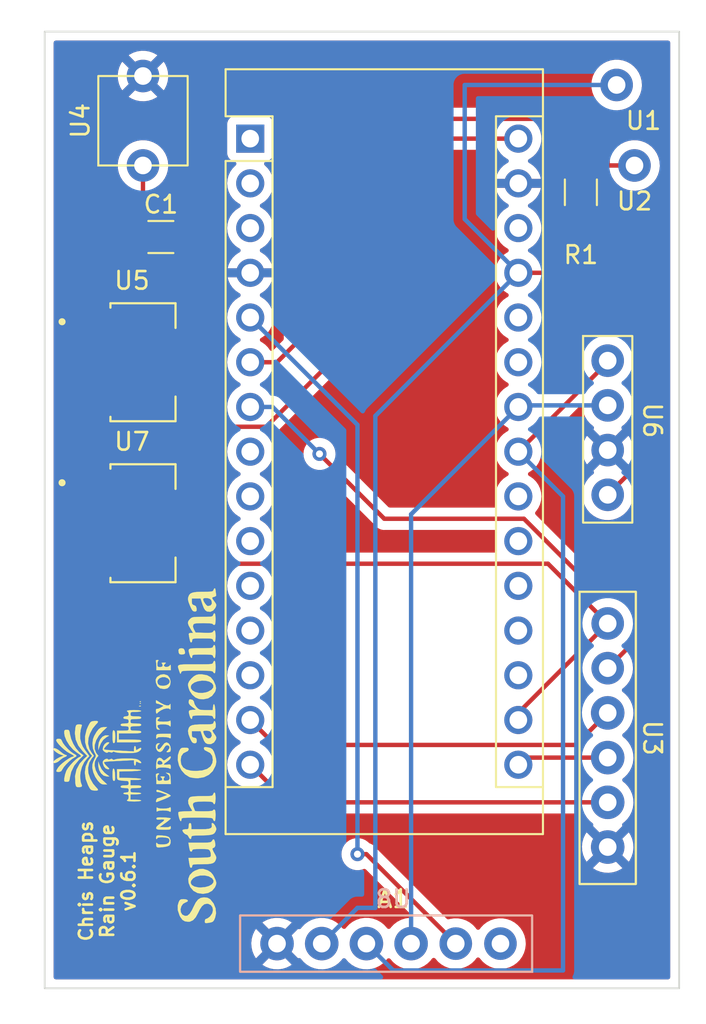
<source format=kicad_pcb>
(kicad_pcb (version 20211014) (generator pcbnew)
  (layers (0 "F.Cu" signal) (31 "B.Cu" signal) (34 "B.Paste" user) (35 "F.Paste" user) (36 "B.SilkS" user "B.Silkscreen") (37 "F.SilkS" user "F.Silkscreen") (38 "B.Mask" user) (39 "F.Mask" user) (44 "Edge.Cuts" user))
  (net 0 "")
  (net 4 "GND")
  (net 5 "Net-(A1-Pad5)")
  (net 6 "Net-(A1-Pad6)")
  (net 7 "Net-(A1-Pad7)")
  (net 14 "Net-(A1-Pad14)")
  (net 15 "Net-(A1-Pad15)")
  (net 16 "Net-(A1-Pad16)")
  (net 17 "+3V3")
  (net 23 "Net-(A1-Pad23)")
  (net 24 "Net-(A1-Pad24)")
  (net 27 "+5V")
  (net 29 "Net-(A1-Pad30)")
  (net 30 "Net-(C1-Pad1)")
  (footprint "Rain Gauge:BME280" (layer "F.Cu") (at 154.94 76.618 -90)
    (fp_text reference "U6" (at 3.392 -2.54 -90 unlocked) (layer "F.SilkS"))
    (fp_text value "BME280")
    (pad "1" thru_hole circle (at 0 0 270) (size 1.85 1.85) (drill 1) (layers *.Cu *.Mask) (net 23 "Net-(A1-Pad23)"))
    (pad "2" thru_hole circle (at 2.54 0 270) (size 1.85 1.85) (drill 1) (layers *.Cu *.Mask) (net 24 "Net-(A1-Pad24)"))
    (pad "3" thru_hole circle (at 5.08 0) (size 1.85 1.85) (drill 1) (layers *.Cu *.Mask) (net 4 "GND"))
    (pad "4" thru_hole circle (at 7.62 0 270) (size 1.85 1.85) (drill 1) (layers *.Cu *.Mask) (net 27 "+5V"))
  )
  (footprint "Rain Gauge:3.3v SD Adapter" (layer "F.Cu") (at 154.94 91.544 -90)
    (fp_text reference "U3" (at 6.5 -2.54 -90 unlocked) (layer "F.SilkS"))
    (fp_text value "SD_Adapter")
    (pad "1" thru_hole circle (at 0 0 270) (size 1.85 1.85) (drill 1) (layers *.Cu *.Mask) (net 17 "+3V3"))
    (pad "2" thru_hole circle (at 2.54 0 270) (size 1.85 1.85) (drill 1) (layers *.Cu *.Mask) (net 7 "Net-(A1-Pad7)"))
    (pad "3" thru_hole circle (at 5.08 0 270) (size 1.905 1.905) (drill 1) (layers *.Cu *.Mask) (net 14 "Net-(A1-Pad14)"))
    (pad "4" thru_hole circle (at 7.62 0 270) (size 1.905 1.905) (drill 1) (layers *.Cu *.Mask) (net 16 "Net-(A1-Pad16)"))
    (pad "5" thru_hole circle (at 10.16 0 270) (size 1.905 1.905) (drill 1) (layers *.Cu *.Mask) (net 15 "Net-(A1-Pad15)"))
    (pad "6" thru_hole circle (at 12.7 0 270) (size 1.905 1.905) (drill 1) (layers *.Cu *.Mask) (net 4 "GND"))
  )
  (footprint "Resistor_SMD:R_1206_3216Metric" (layer "F.Cu") (at 153.416 67.056 -90)
    (fp_text reference "R1" (at 3.556 0 180) (layer "F.SilkS"))
    (fp_text value "R")
    (pad "1" smd roundrect (at -1.4625 0 270) (size 1.125 1.75) (layers "F.Cu" "F.Paste" "F.Mask") (roundrect_rratio 0.222222) (net 6 "Net-(A1-Pad6)"))
    (pad "2" smd roundrect (at 1.4625 0 270) (size 1.125 1.75) (layers "F.Cu" "F.Paste" "F.Mask") (roundrect_rratio 0.222222) (net 4 "GND"))
  )
  (footprint "Rain Gauge:Electrode" (layer "F.Cu") (at 155.448 60.96)
    (fp_text reference "U1" (at 1.524 2.032 unlocked) (layer "F.SilkS"))
    (fp_text value "Electrode")
    (pad "1" thru_hole circle (at 0 0) (size 1.85 1.85) (drill 1) (layers *.Cu *.Mask) (net 27 "+5V"))
  )
  (footprint "MCP1825S-3302E_DB:SOT230P700X180-4N" (layer "F.Cu") (at 128.524 76.708)
    (fp_text reference "U5" (at -0.625 -4.635) (layer "F.SilkS"))
    (fp_text value "MCP1825S")
    (pad "1" smd roundrect locked (at -3.025 -2.3) (size 1.97 0.89) (layers "F.Cu" "F.Paste" "F.Mask") (roundrect_rratio 0.11) (net 30 "Net-(C1-Pad1)"))
    (pad "2" smd roundrect locked (at -3.025 0) (size 1.97 0.89) (layers "F.Cu" "F.Paste" "F.Mask") (roundrect_rratio 0.11) (net 4 "GND"))
    (pad "3" smd roundrect locked (at -3.025 2.3) (size 1.97 0.89) (layers "F.Cu" "F.Paste" "F.Mask") (roundrect_rratio 0.11) (net 29 "Net-(A1-Pad30)"))
    (pad "4" smd roundrect locked (at 3.025 0) (size 1.97 3.19) (layers "F.Cu" "F.Paste" "F.Mask") (roundrect_rratio 0.4))
  )
  (footprint "Rain Gauge:Lipo" (layer "F.Cu") (at 128.524 62.992 90)
    (fp_text reference "U4" (at 0 -3.556 90 unlocked) (layer "F.SilkS"))
    (fp_text value "Lipo")
    (pad "1" thru_hole circle (at -2.54 0 90) (size 1.85 1.85) (drill 1) (layers *.Cu *.Mask) (net 30 "Net-(C1-Pad1)"))
    (pad "2" thru_hole circle (at 2.54 0 90) (size 1.85 1.85) (drill 1) (layers *.Cu *.Mask) (net 4 "GND"))
  )
  (footprint "ARTS-Lab:uofsc_logo_0_75in" (layer "F.Cu") (at 128.016 99.06 90)
    (fp_text reference "G***" hide)
    (fp_text value "LOGO" hide)
  )
  (footprint "MCP1825S-3302E_DB:SOT230P700X180-4N" (layer "F.Cu") (at 128.524 85.852)
    (fp_text reference "U7" (at -0.625 -4.635) (layer "F.SilkS"))
    (fp_text value "MCP1825S")
    (pad "1" smd roundrect locked (at -3.025 -2.3) (size 1.97 0.89) (layers "F.Cu" "F.Paste" "F.Mask") (roundrect_rratio 0.11) (net 29 "Net-(A1-Pad30)"))
    (pad "2" smd roundrect locked (at -3.025 0) (size 1.97 0.89) (layers "F.Cu" "F.Paste" "F.Mask") (roundrect_rratio 0.11) (net 4 "GND"))
    (pad "3" smd roundrect locked (at -3.025 2.3) (size 1.97 0.89) (layers "F.Cu" "F.Paste" "F.Mask") (roundrect_rratio 0.11) (net 17 "+3V3"))
    (pad "4" smd roundrect locked (at 3.025 0) (size 1.97 3.19) (layers "F.Cu" "F.Paste" "F.Mask") (roundrect_rratio 0.4))
  )
  (footprint "Capacitor_SMD:C_1206_3216Metric" (layer "F.Cu") (at 129.54 69.596)
    (fp_text reference "C1" (at 0 -1.85) (layer "F.SilkS"))
    (fp_text value "C_Polarized")
    (pad "1" smd roundrect (at -1.475 0) (size 1.15 1.8) (layers "F.Cu" "F.Paste" "F.Mask") (roundrect_rratio 0.217391) (net 30 "Net-(C1-Pad1)"))
    (pad "2" smd roundrect (at 1.475 0) (size 1.15 1.8) (layers "F.Cu" "F.Paste" "F.Mask") (roundrect_rratio 0.217391) (net 4 "GND"))
  )
  (footprint "Module:Arduino_Nano" (layer "F.Cu") (at 134.62 64.008)
    (fp_text reference "A1" (at 8.128 43.18) (layer "F.SilkS"))
    (fp_text value "Arduino_Nano_Every")
    (pad "1" thru_hole rect (at 0 0) (size 1.6 1.6) (drill 1) (layers *.Cu *.Mask))
    (pad "2" thru_hole oval (at 0 2.54) (size 1.6 1.6) (drill 1) (layers *.Cu *.Mask))
    (pad "3" thru_hole oval (at 0 5.08) (size 1.6 1.6) (drill 1) (layers *.Cu *.Mask))
    (pad "4" thru_hole oval (at 0 7.62) (size 1.6 1.6) (drill 1) (layers *.Cu *.Mask) (net 4 "GND"))
    (pad "5" thru_hole oval (at 0 10.16) (size 1.6 1.6) (drill 1) (layers *.Cu *.Mask) (net 5 "Net-(A1-Pad5)"))
    (pad "6" thru_hole oval (at 0 12.7) (size 1.6 1.6) (drill 1) (layers *.Cu *.Mask) (net 6 "Net-(A1-Pad6)"))
    (pad "7" thru_hole oval (at 0 15.24) (size 1.6 1.6) (drill 1) (layers *.Cu *.Mask) (net 7 "Net-(A1-Pad7)"))
    (pad "8" thru_hole oval (at 0 17.78) (size 1.6 1.6) (drill 1) (layers *.Cu *.Mask))
    (pad "9" thru_hole oval (at 0 20.32) (size 1.6 1.6) (drill 1) (layers *.Cu *.Mask))
    (pad "10" thru_hole oval (at 0 22.86) (size 1.6 1.6) (drill 1) (layers *.Cu *.Mask))
    (pad "11" thru_hole oval (at 0 25.4) (size 1.6 1.6) (drill 1) (layers *.Cu *.Mask))
    (pad "12" thru_hole oval (at 0 27.94) (size 1.6 1.6) (drill 1) (layers *.Cu *.Mask))
    (pad "13" thru_hole oval (at 0 30.48) (size 1.6 1.6) (drill 1) (layers *.Cu *.Mask))
    (pad "14" thru_hole oval (at 0 33.02) (size 1.6 1.6) (drill 1) (layers *.Cu *.Mask) (net 14 "Net-(A1-Pad14)"))
    (pad "15" thru_hole oval (at 0 35.56) (size 1.6 1.6) (drill 1) (layers *.Cu *.Mask) (net 15 "Net-(A1-Pad15)"))
    (pad "16" thru_hole oval (at 15.24 35.56) (size 1.6 1.6) (drill 1) (layers *.Cu *.Mask) (net 16 "Net-(A1-Pad16)"))
    (pad "17" thru_hole oval (at 15.24 33.02) (size 1.6 1.6) (drill 1) (layers *.Cu *.Mask) (net 17 "+3V3"))
    (pad "18" thru_hole oval (at 15.24 30.48) (size 1.6 1.6) (drill 1) (layers *.Cu *.Mask))
    (pad "19" thru_hole oval (at 15.24 27.94) (size 1.6 1.6) (drill 1) (layers *.Cu *.Mask))
    (pad "20" thru_hole oval (at 15.24 25.4) (size 1.6 1.6) (drill 1) (layers *.Cu *.Mask))
    (pad "21" thru_hole oval (at 15.24 22.86) (size 1.6 1.6) (drill 1) (layers *.Cu *.Mask))
    (pad "22" thru_hole oval (at 15.24 20.32) (size 1.6 1.6) (drill 1) (layers *.Cu *.Mask))
    (pad "23" thru_hole oval (at 15.24 17.78) (size 1.6 1.6) (drill 1) (layers *.Cu *.Mask) (net 23 "Net-(A1-Pad23)"))
    (pad "24" thru_hole oval (at 15.24 15.24) (size 1.6 1.6) (drill 1) (layers *.Cu *.Mask) (net 24 "Net-(A1-Pad24)"))
    (pad "25" thru_hole oval (at 15.24 12.7) (size 1.6 1.6) (drill 1) (layers *.Cu *.Mask))
    (pad "26" thru_hole oval (at 15.24 10.16) (size 1.6 1.6) (drill 1) (layers *.Cu *.Mask))
    (pad "27" thru_hole oval (at 15.24 7.62) (size 1.6 1.6) (drill 1) (layers *.Cu *.Mask) (net 27 "+5V"))
    (pad "28" thru_hole oval (at 15.24 5.08) (size 1.6 1.6) (drill 1) (layers *.Cu *.Mask))
    (pad "29" thru_hole oval (at 15.24 2.54) (size 1.6 1.6) (drill 1) (layers *.Cu *.Mask) (net 4 "GND"))
    (pad "30" thru_hole oval (at 15.24 0) (size 1.6 1.6) (drill 1) (layers *.Cu *.Mask) (net 29 "Net-(A1-Pad30)"))
  )
  (footprint "Rain Gauge:Electrode" (layer "F.Cu") (at 156.464 65.532)
    (fp_text reference "U2" (at 0 2.032 unlocked) (layer "F.SilkS"))
    (fp_text value "Electrode")
    (pad "1" thru_hole circle (at 0 0) (size 1.85 1.85) (drill 1) (layers *.Cu *.Mask) (net 6 "Net-(A1-Pad6)"))
  )
  (footprint "Rain Gauge:3.3v SD Adapter" (layer "B.Cu") (at 148.844 109.728 180)
    (fp_text reference "U8" (at 6.096 2.54 unlocked) (layer "B.SilkS") (effects (justify mirror)))
    (fp_text value "DS3231_Module")
    (pad "1" thru_hole circle (at 0 0 180) (size 1.85 1.85) (drill 1) (layers *.Cu *.Mask))
    (pad "2" thru_hole circle (at 2.54 0 180) (size 1.85 1.85) (drill 1) (layers *.Cu *.Mask) (net 5 "Net-(A1-Pad5)"))
    (pad "3" thru_hole circle (at 5.08 0 180) (size 1.905 1.905) (drill 1) (layers *.Cu *.Mask) (net 24 "Net-(A1-Pad24)"))
    (pad "4" thru_hole circle (at 7.62 0 180) (size 1.905 1.905) (drill 1) (layers *.Cu *.Mask) (net 23 "Net-(A1-Pad23)"))
    (pad "5" thru_hole circle (at 10.16 0 180) (size 1.905 1.905) (drill 1) (layers *.Cu *.Mask) (net 27 "+5V"))
    (pad "6" thru_hole circle (at 12.7 0 180) (size 1.905 1.905) (drill 1) (layers *.Cu *.Mask) (net 4 "GND"))
  )
  (gr_rect (start 122.936 57.928) (end 159.004 112.268) (layer "Edge.Cuts") (width 0.1) (fill none))
  (gr_text "Chris Heaps\nRain Gauge\nv0.6.1" (at 126.492 106.172 90) (layer "F.SilkS") (effects (font (size 0.75 0.75))))
  (segment (start 141.224 104.648) (end 146.304 109.728) (width 0.25) (layer "F.Cu") (net 5))
  (segment (start 140.716 104.648) (end 141.224 104.648) (width 0.25) (layer "F.Cu") (net 5))
  (via (at 140.716 104.648) (size 0.8) (drill 0.4) (layers "F.Cu" "B.Cu") (net 5))
  (segment (start 140.716 80.264) (end 140.716 104.648) (width 0.25) (layer "B.Cu") (net 5))
  (segment (start 134.62 74.168) (end 140.716 80.264) (width 0.25) (layer "B.Cu") (net 5))
  (segment (start 154.831489 62.883489) (end 141.840511 62.883489) (width 0.25) (layer "F.Cu") (net 6))
  (segment (start 141.840511 62.883489) (end 137.16 67.564) (width 0.25) (layer "F.Cu") (net 6))
  (segment (start 136.144 76.708) (end 134.62 76.708) (width 0.25) (layer "F.Cu") (net 6))
  (segment (start 137.16 75.692) (end 136.144 76.708) (width 0.25) (layer "F.Cu") (net 6))
  (segment (start 137.16 67.564) (end 137.16 75.692) (width 0.25) (layer "F.Cu") (net 6))
  (segment (start 154.94 62.992) (end 154.831489 62.883489) (width 0.25) (layer "F.Cu") (net 6))
  (segment (start 153.416 65.5935) (end 153.4775 65.532) (width 0.25) (layer "F.Cu") (net 6))
  (segment (start 154.94 65.532) (end 154.94 62.992) (width 0.25) (layer "F.Cu") (net 6))
  (segment (start 153.4775 65.532) (end 154.94 65.532) (width 0.25) (layer "F.Cu") (net 6))
  (segment (start 154.94 65.532) (end 156.464 65.532) (width 0.25) (layer "F.Cu") (net 6))
  (segment (start 153.4823 88.9) (end 150.1803 85.598) (width 0.25) (layer "F.Cu") (net 7))
  (segment (start 150.1803 85.598) (end 142.24 85.598) (width 0.25) (layer "F.Cu") (net 7))
  (segment (start 157.48 91.544) (end 157.48 88.9) (width 0.25) (layer "F.Cu") (net 7))
  (segment (start 138.557 81.915) (end 138.43 81.788) (width 0.25) (layer "F.Cu") (net 7))
  (segment (start 157.48 88.9) (end 153.4823 88.9) (width 0.25) (layer "F.Cu") (net 7))
  (segment (start 142.24 85.598) (end 138.557 81.915) (width 0.25) (layer "F.Cu") (net 7))
  (segment (start 154.94 94.084) (end 157.48 91.544) (width 0.25) (layer "F.Cu") (net 7))
  (via (at 138.557 81.915) (size 0.8) (drill 0.4) (layers "F.Cu" "B.Cu") (net 7))
  (segment (start 135.89 79.248) (end 134.62 79.248) (width 0.25) (layer "B.Cu") (net 7))
  (segment (start 138.557 81.915) (end 135.89 79.248) (width 0.25) (layer "B.Cu") (net 7))
  (segment (start 154.94 96.624) (end 153.120511 98.443489) (width 0.25) (layer "F.Cu") (net 14))
  (segment (start 136.035489 98.443489) (end 134.62 97.028) (width 0.25) (layer "F.Cu") (net 14))
  (segment (start 153.120511 98.443489) (end 136.035489 98.443489) (width 0.25) (layer "F.Cu") (net 14))
  (segment (start 136.756 101.704) (end 134.62 99.568) (width 0.25) (layer "F.Cu") (net 15))
  (segment (start 154.94 101.704) (end 136.756 101.704) (width 0.25) (layer "F.Cu") (net 15))
  (segment (start 154.94 99.164) (end 150.264 99.164) (width 0.25) (layer "F.Cu") (net 16))
  (segment (start 150.264 99.164) (end 149.86 99.568) (width 0.25) (layer "F.Cu") (net 16))
  (segment (start 125.499 88.152) (end 151.548 88.152) (width 0.25) (layer "F.Cu") (net 17))
  (segment (start 151.548 88.152) (end 154.94 91.544) (width 0.25) (layer "F.Cu") (net 17))
  (segment (start 149.86 96.624) (end 149.86 97.028) (width 0.25) (layer "F.Cu") (net 17))
  (segment (start 154.94 91.544) (end 149.86 96.624) (width 0.25) (layer "F.Cu") (net 17))
  (segment (start 149.86 81.788) (end 154.94 76.708) (width 0.25) (layer "F.Cu") (net 23))
  (segment (start 154.94 76.708) (end 154.94 76.618) (width 0.25) (layer "F.Cu") (net 23))
  (segment (start 141.224 109.728) (end 142.748 111.252) (width 0.25) (layer "B.Cu") (net 23))
  (segment (start 152.4 84.328) (end 149.86 81.788) (width 0.25) (layer "B.Cu") (net 23))
  (segment (start 142.748 111.252) (end 152.4 111.252) (width 0.25) (layer "B.Cu") (net 23))
  (segment (start 152.4 111.252) (end 152.4 84.328) (width 0.25) (layer "B.Cu") (net 23))
  (segment (start 143.764 85.344) (end 149.86 79.248) (width 0.25) (layer "B.Cu") (net 24))
  (segment (start 143.764 109.728) (end 143.764 85.344) (width 0.25) (layer "B.Cu") (net 24))
  (segment (start 149.95 79.158) (end 149.86 79.248) (width 0.25) (layer "B.Cu") (net 24))
  (segment (start 154.94 79.158) (end 149.95 79.158) (width 0.25) (layer "B.Cu") (net 24))
  (segment (start 156.972 82.206) (end 156.972 72.39) (width 0.25) (layer "F.Cu") (net 27))
  (segment (start 154.94 84.238) (end 156.972 82.206) (width 0.25) (layer "F.Cu") (net 27))
  (segment (start 156.972 72.39) (end 156.21 71.628) (width 0.25) (layer "F.Cu") (net 27))
  (segment (start 156.21 71.628) (end 149.86 71.628) (width 0.25) (layer "F.Cu") (net 27))
  (segment (start 141.732 107.696) (end 140.716 107.696) (width 0.25) (layer "B.Cu") (net 27))
  (segment (start 146.812 60.96) (end 155.448 60.96) (width 0.25) (layer "B.Cu") (net 27))
  (segment (start 140.716 107.696) (end 138.684 109.728) (width 0.25) (layer "B.Cu") (net 27))
  (segment (start 146.812 68.58) (end 146.812 60.96) (width 0.25) (layer "B.Cu") (net 27))
  (segment (start 141.732 79.756) (end 141.732 107.696) (width 0.25) (layer "B.Cu") (net 27))
  (segment (start 149.86 71.628) (end 146.812 68.58) (width 0.25) (layer "B.Cu") (net 27))
  (segment (start 149.86 71.628) (end 141.732 79.756) (width 0.25) (layer "B.Cu") (net 27))
  (segment (start 143.256 72.644) (end 143.256 64.008) (width 0.25) (layer "F.Cu") (net 29))
  (segment (start 125.875489 80.372511) (end 135.527489 80.372511) (width 0.25) (layer "F.Cu") (net 29))
  (segment (start 125.499 80.749) (end 125.875489 80.372511) (width 0.25) (layer "F.Cu") (net 29))
  (segment (start 135.527489 80.372511) (end 143.256 72.644) (width 0.25) (layer "F.Cu") (net 29))
  (segment (start 125.499 80.749) (end 125.499 83.552) (width 0.25) (layer "F.Cu") (net 29))
  (segment (start 143.256 64.008) (end 149.86 64.008) (width 0.25) (layer "F.Cu") (net 29))
  (segment (start 125.499 79.008) (end 125.499 80.749) (width 0.25) (layer "F.Cu") (net 29))
  (segment (start 128.524 65.532) (end 128.524 69.137) (width 0.25) (layer "F.Cu") (net 30))
  (segment (start 125.499 72.162) (end 125.499 74.408) (width 0.25) (layer "F.Cu") (net 30))
  (segment (start 128.524 69.137) (end 128.065 69.596) (width 0.25) (layer "F.Cu") (net 30))
  (segment (start 128.065 69.596) (end 125.499 72.162) (width 0.25) (layer "F.Cu") (net 30))
  (zone (net 4) (net_name "GND") (layers F&B.Cu) (connect_pads (clearance 0.508)) (min_thickness 0.254) (fill yes (thermal_gap 0.508) (thermal_bridge_width 0.508))
    (polygon (pts (xy 160.528 114.3) (xy 120.396 114.3) (xy 120.65 56.134) (xy 160.528 56.134)))
  )
)
</source>
